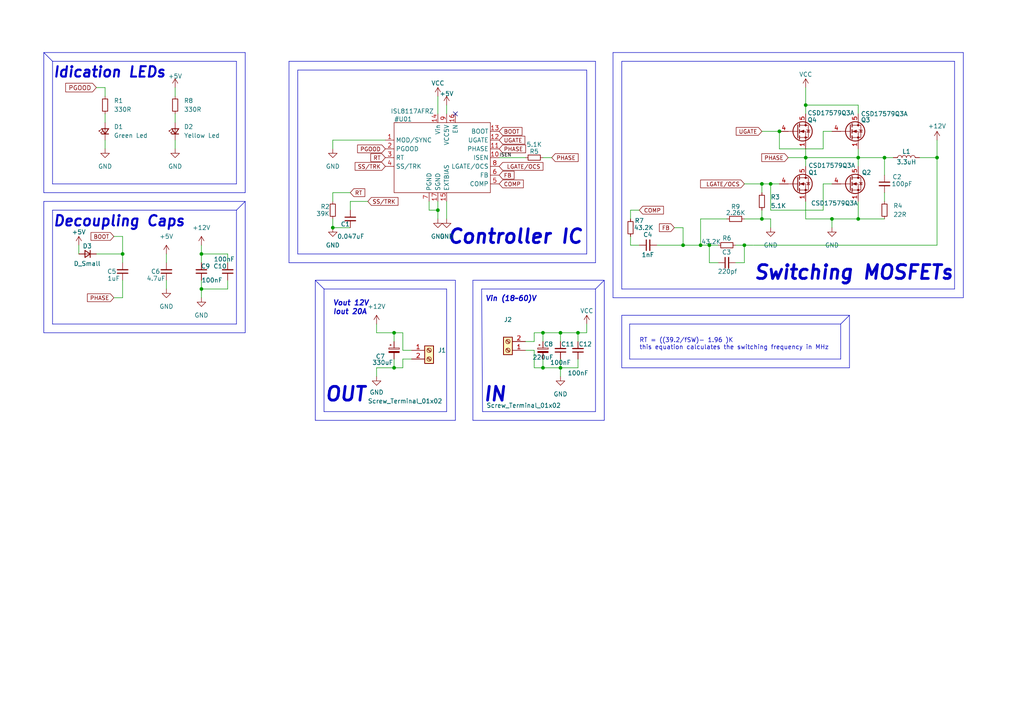
<source format=kicad_sch>
(kicad_sch (version 20230121) (generator eeschema)
  (paper "A4")
  (lib_symbols
    (symbol "Connector:Screw_Terminal_01x02" (pin_names (offset 1.016) hide)
      (property "Reference" "J" (at 0 2.54 0))
      (property "Value" "Screw_Terminal_01x02" (at 0 -5.08 0))
      (symbol "Screw_Terminal_01x02_1_1"
        (rectangle (start -1.27 1.27) (end 1.27 -3.81) (stroke (width 0.254)) (fill (type background)))
        (circle (center 0 -2.54) (radius 0.635) (stroke (width 0.1524)))
        (polyline (pts (xy -0.5334 -2.2098) (xy 0.3302 -3.048)) (stroke (width 0.1524)))
        (polyline (pts (xy -0.5334 0.3302) (xy 0.3302 -0.508)) (stroke (width 0.1524)))
        (polyline (pts (xy -0.3556 -2.032) (xy 0.508 -2.8702)) (stroke (width 0.1524)))
        (polyline (pts (xy -0.3556 0.508) (xy 0.508 -0.3302)) (stroke (width 0.1524)))
        (circle (center 0 0) (radius 0.635) (stroke (width 0.1524)))
        (pin passive line (at -5.08 0 0) (length 3.81) (name "Pin_1") (number "1"))
        (pin passive line (at -5.08 -2.54 0) (length 3.81) (name "Pin_2") (number "2"))
      )
    )
    (symbol "Device:C_Polarized_Small" (pin_numbers hide) (pin_names (offset 0.254) hide)
      (property "Reference" "C" (at 0.254 1.778 0))
      (property "Value" "C_Polarized_Small" (at 0.254 -2.032 0))
      (symbol "C_Polarized_Small_0_1"
        (rectangle (start -1.524 -0.3048) (end 1.524 -0.6858) (fill (type outline)))
        (rectangle (start -1.524 0.6858) (end 1.524 0.3048))
        (polyline (pts (xy -1.27 1.524) (xy -0.762 1.524)))
        (polyline (pts (xy -1.016 1.27) (xy -1.016 1.778)))
      )
      (symbol "C_Polarized_Small_1_1"
        (pin passive line (at 0 2.54 270) (length 1.8542) (name "~") (number "1"))
        (pin passive line (at 0 -2.54 90) (length 1.8542) (name "~") (number "2"))
      )
    )
    (symbol "Device:C_Small" (pin_numbers hide) (pin_names (offset 0.254) hide)
      (property "Reference" "C" (at 0.254 1.778 0))
      (property "Value" "C_Small" (at 0.254 -2.032 0))
      (symbol "C_Small_0_1"
        (polyline (pts (xy -1.524 -0.508) (xy 1.524 -0.508)) (stroke (width 0.3302)))
        (polyline (pts (xy -1.524 0.508) (xy 1.524 0.508)) (stroke (width 0.3048)))
      )
      (symbol "C_Small_1_1"
        (pin passive line (at 0 2.54 270) (length 2.032) (name "~") (number "1"))
        (pin passive line (at 0 -2.54 90) (length 2.032) (name "~") (number "2"))
      )
    )
    (symbol "Device:D_Small" (pin_numbers hide) (pin_names (offset 0.254) hide)
      (property "Reference" "D" (at -1.27 2.032 0))
      (property "Value" "D_Small" (at -3.81 -2.032 0))
      (symbol "D_Small_0_1"
        (polyline (pts (xy -0.762 -1.016) (xy -0.762 1.016)) (stroke (width 0.254)))
        (polyline (pts (xy -0.762 0) (xy 0.762 0)))
        (polyline (pts (xy 0.762 -1.016) (xy -0.762 0) (xy 0.762 1.016) (xy 0.762 -1.016)) (stroke (width 0.254)))
      )
      (symbol "D_Small_1_1"
        (pin passive line (at -2.54 0 0) (length 1.778) (name "K") (number "1"))
        (pin passive line (at 2.54 0 180) (length 1.778) (name "A") (number "2"))
      )
    )
    (symbol "Device:L" (pin_numbers hide) (pin_names (offset 1.016) hide)
      (property "Reference" "L" (at -1.27 0 90))
      (property "Value" "L" (at 1.905 0 90))
      (symbol "L_0_1"
        (arc (start 0 -2.54) (mid 0.6323 -1.905) (end 0 -1.27))
        (arc (start 0 -1.27) (mid 0.6323 -0.635) (end 0 0))
        (arc (start 0 0) (mid 0.6323 0.635) (end 0 1.27))
        (arc (start 0 1.27) (mid 0.6323 1.905) (end 0 2.54))
      )
      (symbol "L_1_1"
        (pin passive line (at 0 3.81 270) (length 1.27) (name "1") (number "1"))
        (pin passive line (at 0 -3.81 90) (length 1.27) (name "2") (number "2"))
      )
    )
    (symbol "Device:LED_Small" (pin_numbers hide) (pin_names (offset 0.254) hide)
      (property "Reference" "D" (at -1.27 3.175 0))
      (property "Value" "LED_Small" (at -4.445 -2.54 0))
      (symbol "LED_Small_0_1"
        (polyline (pts (xy -0.762 -1.016) (xy -0.762 1.016)) (stroke (width 0.254)))
        (polyline (pts (xy 1.016 0) (xy -0.762 0)))
        (polyline (pts (xy 0.762 -1.016) (xy -0.762 0) (xy 0.762 1.016) (xy 0.762 -1.016)) (stroke (width 0.254)))
        (polyline (pts (xy 0 0.762) (xy -0.508 1.27) (xy -0.254 1.27) (xy -0.508 1.27) (xy -0.508 1.016)))
        (polyline (pts (xy 0.508 1.27) (xy 0 1.778) (xy 0.254 1.778) (xy 0 1.778) (xy 0 1.524)))
      )
      (symbol "LED_Small_1_1"
        (pin passive line (at -2.54 0 0) (length 1.778) (name "K") (number "1"))
        (pin passive line (at 2.54 0 180) (length 1.778) (name "A") (number "2"))
      )
    )
    (symbol "Device:R_Small" (pin_numbers hide) (pin_names (offset 0.254) hide)
      (property "Reference" "R" (at 0.762 0.508 0))
      (property "Value" "R_Small" (at 0.762 -1.016 0))
      (symbol "R_Small_0_1"
        (rectangle (start -0.762 1.778) (end 0.762 -1.778) (stroke (width 0.2032)))
      )
      (symbol "R_Small_1_1"
        (pin passive line (at 0 2.54 270) (length 0.762) (name "~") (number "1"))
        (pin passive line (at 0 -2.54 90) (length 0.762) (name "~") (number "2"))
      )
    )
    (symbol "ISL8117AFRZ:ISL8117AFRZ" (power) (in_bom no) (on_board no)
      (property "Reference" "U?" (at 7.3534 15.24 0))
      (property "Value" "ISL8117AFRZ" (at 7.3534 12.7 0))
      (symbol "ISL8117AFRZ_0_1"
        (rectangle (start -11.684 10.16) (end 16.256 -10.16))
      )
      (symbol "ISL8117AFRZ_1_1"
        (pin input line (at -14.224 5.08 0) (length 2.54) (name "MOD/SYNC") (number "1"))
        (pin power_in line (at 18.796 0 180) (length 2.54) (name "ISEN") (number "10"))
        (pin output line (at 18.796 2.54 180) (length 2.54) (name "PHASE") (number "11"))
        (pin output line (at 18.796 5.08 180) (length 2.54) (name "UGATE") (number "12"))
        (pin output line (at 18.796 7.62 180) (length 2.54) (name "BOOT") (number "13"))
        (pin power_in line (at 1.016 12.7 270) (length 2.54) (name "Vin") (number "14"))
        (pin power_in line (at 3.556 -12.7 90) (length 2.54) (name "EXTBIAS") (number "15"))
        (pin power_in line (at 6.096 12.7 270) (length 2.54) (name "EN") (number "16"))
        (pin power_out line (at 1.016 -12.7 90) (length 2.54) (name "SGND") (number "17"))
        (pin input line (at -14.224 2.54 0) (length 2.54) (name "PGOOD") (number "2"))
        (pin input line (at -14.224 0 0) (length 2.54) (name "RT") (number "3"))
        (pin input line (at -14.224 -2.54 0) (length 2.54) (name "SS/TRK") (number "4"))
        (pin power_out line (at 18.796 -7.62 180) (length 2.54) (name "COMP") (number "5"))
        (pin power_in line (at 18.796 -5.08 180) (length 2.54) (name "FB") (number "6"))
        (pin power_out line (at -1.524 -12.7 90) (length 2.54) (name "PGND") (number "7"))
        (pin output line (at 18.796 -2.54 180) (length 2.54) (name "LGATE/OCS") (number "8"))
        (pin power_in line (at 3.556 12.7 270) (length 2.54) (name "VCC5V") (number "9"))
      )
    )
    (symbol "Transistor_FET:CSD17579Q5A" (pin_names hide)
      (property "Reference" "Q" (at 5.08 1.905 0))
      (property "Value" "CSD17579Q5A" (at 5.08 0 0))
      (symbol "CSD17579Q5A_0_1"
        (polyline (pts (xy 0.254 0) (xy -2.54 0)))
        (polyline (pts (xy 0.254 1.905) (xy 0.254 -1.905)) (stroke (width 0.254)))
        (polyline (pts (xy 0.762 -1.27) (xy 0.762 -2.286)) (stroke (width 0.254)))
        (polyline (pts (xy 0.762 0.508) (xy 0.762 -0.508)) (stroke (width 0.254)))
        (polyline (pts (xy 0.762 2.286) (xy 0.762 1.27)) (stroke (width 0.254)))
        (polyline (pts (xy 2.54 2.54) (xy 2.54 1.778)))
        (polyline (pts (xy 2.54 -2.54) (xy 2.54 0) (xy 0.762 0)))
        (polyline (pts (xy 0.762 -1.778) (xy 3.302 -1.778) (xy 3.302 1.778) (xy 0.762 1.778)))
        (polyline (pts (xy 1.016 0) (xy 2.032 0.381) (xy 2.032 -0.381) (xy 1.016 0)) (fill (type outline)))
        (polyline (pts (xy 2.794 0.508) (xy 2.921 0.381) (xy 3.683 0.381) (xy 3.81 0.254)))
        (polyline (pts (xy 3.302 0.381) (xy 2.921 -0.254) (xy 3.683 -0.254) (xy 3.302 0.381)))
        (circle (center 1.651 0) (radius 2.794) (stroke (width 0.254)))
        (circle (center 2.54 -1.778) (radius 0.254) (fill (type outline)))
        (circle (center 2.54 1.778) (radius 0.254) (fill (type outline)))
      )
      (symbol "CSD17579Q5A_1_1"
        (pin passive line (at 2.54 -5.08 90) (length 2.54) (name "S") (number "1"))
        (pin passive line (at 2.54 -5.08 90) (length 2.54) hide (name "S") (number "2"))
        (pin passive line (at 2.54 -5.08 90) (length 2.54) hide (name "S") (number "3"))
        (pin passive line (at -5.08 0 0) (length 2.54) (name "G") (number "4"))
        (pin passive line (at 2.54 5.08 270) (length 2.54) (name "D") (number "5"))
      )
    )
    (symbol "power:+12V" (power) (pin_names (offset 0))
      (property "Value" "+12V" (at 0 3.556 0))
      (symbol "+12V_0_1"
        (polyline (pts (xy -0.762 1.27) (xy 0 2.54)))
        (polyline (pts (xy 0 0) (xy 0 2.54)))
        (polyline (pts (xy 0 2.54) (xy 0.762 1.27)))
      )
      (symbol "+12V_1_1"
        (pin power_in line (at 0 0 90) (length 0) hide (name "+12V") (number "1"))
      )
    )
    (symbol "power:+5V" (power) (pin_names (offset 0))
      (property "Value" "+5V" (at 0 3.556 0))
      (symbol "+5V_0_1"
        (polyline (pts (xy -0.762 1.27) (xy 0 2.54)))
        (polyline (pts (xy 0 0) (xy 0 2.54)))
        (polyline (pts (xy 0 2.54) (xy 0.762 1.27)))
      )
      (symbol "+5V_1_1"
        (pin power_in line (at 0 0 90) (length 0) hide (name "+5V") (number "1"))
      )
    )
    (symbol "power:GND" (power) (pin_names (offset 0))
      (property "Value" "GND" (at 0 -3.81 0))
      (symbol "GND_0_1"
        (polyline (pts (xy 0 0) (xy 0 -1.27) (xy 1.27 -1.27) (xy 0 -2.54) (xy -1.27 -1.27) (xy 0 -1.27)))
      )
      (symbol "GND_1_1"
        (pin power_in line (at 0 0 270) (length 0) hide (name "GND") (number "1"))
      )
    )
    (symbol "power:VCC" (power) (pin_names (offset 0))
      (property "Value" "VCC" (at 0 3.81 0))
      (symbol "VCC_0_1"
        (polyline (pts (xy -0.762 1.27) (xy 0 2.54)))
        (polyline (pts (xy 0 0) (xy 0 2.54)))
        (polyline (pts (xy 0 2.54) (xy 0.762 1.27)))
      )
      (symbol "VCC_1_1"
        (pin power_in line (at 0 0 90) (length 0) hide (name "VCC") (number "1"))
      )
    )
  )
  (junction (at 157.48 96.52))
  (junction (at 248.92 63.5))
  (junction (at 226.06 38.1))
  (junction (at 241.3 63.5))
  (junction (at 233.68 45.72))
  (junction (at 162.56 106.68))
  (junction (at 198.12 71.12))
  (junction (at 256.54 45.72))
  (junction (at 114.3 96.52))
  (junction (at 203.2 71.12))
  (junction (at 220.98 53.34))
  (junction (at 35.56 73.66))
  (junction (at 215.9 71.12))
  (junction (at 220.98 63.5))
  (junction (at 114.3 106.68))
  (junction (at 162.56 96.52))
  (junction (at 96.52 66.04))
  (junction (at 248.92 45.72))
  (junction (at 58.42 73.66))
  (junction (at 127 60.96))
  (junction (at 167.64 96.52))
  (junction (at 271.78 45.72))
  (junction (at 157.48 106.68))
  (junction (at 205.74 71.12))
  (junction (at 233.68 30.48))
  (junction (at 223.52 53.34))
  (junction (at 58.42 83.82))
  (no_connect (at 132.08 33.02))
  (wire (pts (xy 157.48 45.72) (xy 160.02 45.72)))
  (wire (pts (xy 233.68 58.42) (xy 233.68 63.5)))
  (wire (pts (xy 152.4 101.6) (xy 154.94 101.6)))
  (wire (pts (xy 30.48 40.64) (xy 30.48 43.18)))
  (polyline (pts (xy 68.58 17.78) (xy 68.58 53.34)))
  (wire (pts (xy 66.04 81.28) (xy 66.04 83.82)))
  (polyline (pts (xy 243.84 104.14) (xy 243.84 93.98)))
  (polyline (pts (xy 83.82 17.78) (xy 83.82 76.2)))
  (wire (pts (xy 33.02 86.36) (xy 35.56 86.36)))
  (wire (pts (xy 167.64 96.52) (xy 170.18 96.52)))
  (polyline (pts (xy 172.72 17.78) (xy 83.82 17.78)))
  (wire (pts (xy 203.2 63.5) (xy 203.2 71.12)))
  (polyline (pts (xy 91.44 81.28) (xy 93.98 83.82)))
  (wire (pts (xy 58.42 73.66) (xy 66.04 73.66)))
  (polyline (pts (xy 172.72 83.82) (xy 172.72 119.38)))
  (wire (pts (xy 215.9 71.12) (xy 218.44 71.12)))
  (wire (pts (xy 248.92 30.48) (xy 233.68 30.48)))
  (polyline (pts (xy 93.98 83.82) (xy 129.54 83.82)))
  (wire (pts (xy 233.68 25.4) (xy 233.68 30.48)))
  (wire (pts (xy 58.42 71.12) (xy 58.42 73.66)))
  (polyline (pts (xy 177.8 15.24) (xy 177.8 86.36)))
  (wire (pts (xy 124.46 58.42) (xy 124.46 60.96)))
  (wire (pts (xy 127 60.96) (xy 127 63.5)))
  (polyline (pts (xy 182.626 93.98) (xy 182.626 104.14)))
  (polyline (pts (xy 172.72 83.82) (xy 139.7 83.82)))
  (wire (pts (xy 233.68 30.48) (xy 233.68 33.02)))
  (polyline (pts (xy 15.24 17.78) (xy 68.58 17.78)))
  (polyline (pts (xy 170.18 73.66) (xy 170.18 20.32)))
  (wire (pts (xy 154.94 101.6) (xy 154.94 106.68)))
  (wire (pts (xy 58.42 76.2) (xy 58.42 73.66)))
  (polyline (pts (xy 279.4 15.24) (xy 279.4 86.36)))
  (wire (pts (xy 241.3 63.5) (xy 241.3 66.04)))
  (wire (pts (xy 30.48 25.4) (xy 30.48 27.94)))
  (polyline (pts (xy 139.7 83.82) (xy 139.954 119.38)))
  (polyline (pts (xy 170.18 20.32) (xy 86.36 20.32)))
  (wire (pts (xy 162.56 104.14) (xy 162.56 106.68)))
  (wire (pts (xy 109.22 93.98) (xy 109.22 96.52)))
  (wire (pts (xy 116.84 96.52) (xy 114.3 96.52)))
  (polyline (pts (xy 129.54 83.82) (xy 129.54 119.38)))
  (wire (pts (xy 233.68 48.26) (xy 233.68 45.72)))
  (wire (pts (xy 167.64 106.68) (xy 162.56 106.68)))
  (polyline (pts (xy 246.38 91.44) (xy 180.34 91.44)))
  (wire (pts (xy 101.6 60.96) (xy 101.6 58.42)))
  (polyline (pts (xy 172.72 17.78) (xy 172.72 76.2)))
  (wire (pts (xy 66.04 76.2) (xy 66.04 73.66)))
  (wire (pts (xy 48.26 81.28) (xy 48.26 83.82)))
  (polyline (pts (xy 12.7 96.52) (xy 71.12 96.52)))
  (polyline (pts (xy 83.82 76.2) (xy 172.72 76.2)))
  (wire (pts (xy 119.38 104.14) (xy 116.84 104.14)))
  (wire (pts (xy 58.42 83.82) (xy 58.42 86.36)))
  (polyline (pts (xy 12.7 15.24) (xy 71.12 15.24)))
  (wire (pts (xy 30.48 25.4) (xy 27.94 25.4)))
  (polyline (pts (xy 68.58 93.98) (xy 15.24 93.98)))
  (wire (pts (xy 167.64 99.06) (xy 167.64 96.52)))
  (wire (pts (xy 96.52 63.5) (xy 96.52 66.04)))
  (wire (pts (xy 271.78 45.72) (xy 271.78 71.12)))
  (wire (pts (xy 127 27.94) (xy 127 33.02)))
  (wire (pts (xy 22.86 71.12) (xy 22.86 73.66)))
  (wire (pts (xy 162.56 99.06) (xy 162.56 96.52)))
  (wire (pts (xy 256.54 55.88) (xy 256.54 58.42)))
  (wire (pts (xy 220.98 55.88) (xy 220.98 53.34)))
  (polyline (pts (xy 139.954 119.38) (xy 172.72 119.38)))
  (wire (pts (xy 185.42 71.12) (xy 182.88 71.12)))
  (wire (pts (xy 215.9 76.2) (xy 215.9 71.12)))
  (polyline (pts (xy 132.08 81.28) (xy 132.08 121.92)))
  (wire (pts (xy 114.3 106.68) (xy 109.22 106.68)))
  (wire (pts (xy 238.76 38.1) (xy 241.3 38.1)))
  (wire (pts (xy 198.12 71.12) (xy 203.2 71.12)))
  (wire (pts (xy 116.84 106.68) (xy 114.3 106.68)))
  (wire (pts (xy 30.48 33.02) (xy 30.48 35.56)))
  (polyline (pts (xy 15.24 60.96) (xy 68.58 60.96)))
  (polyline (pts (xy 243.84 93.98) (xy 246.38 91.44)))
  (wire (pts (xy 114.3 96.52) (xy 114.3 99.06)))
  (wire (pts (xy 96.52 55.88) (xy 101.6 55.88)))
  (wire (pts (xy 109.22 96.52) (xy 114.3 96.52)))
  (wire (pts (xy 35.56 68.58) (xy 35.56 73.66)))
  (wire (pts (xy 58.42 83.82) (xy 66.04 83.82)))
  (wire (pts (xy 116.84 101.6) (xy 116.84 96.52)))
  (wire (pts (xy 50.8 33.02) (xy 50.8 35.56)))
  (polyline (pts (xy 71.12 55.88) (xy 12.7 55.88)))
  (wire (pts (xy 256.54 63.5) (xy 248.92 63.5)))
  (wire (pts (xy 129.54 33.02) (xy 129.54 30.48)))
  (polyline (pts (xy 12.7 58.42) (xy 12.7 96.52)))
  (wire (pts (xy 50.8 25.4) (xy 50.8 27.94)))
  (wire (pts (xy 116.84 104.14) (xy 116.84 106.68)))
  (wire (pts (xy 205.74 76.2) (xy 205.74 71.12)))
  (polyline (pts (xy 175.26 121.92) (xy 137.16 121.92)))
  (wire (pts (xy 157.48 106.68) (xy 157.48 104.14)))
  (wire (pts (xy 248.92 33.02) (xy 248.92 30.48)))
  (wire (pts (xy 157.48 96.52) (xy 157.48 99.06)))
  (wire (pts (xy 233.68 45.72) (xy 233.68 43.18)))
  (polyline (pts (xy 177.8 86.36) (xy 279.4 86.36)))
  (polyline (pts (xy 68.58 60.96) (xy 68.58 93.98)))
  (wire (pts (xy 256.54 45.72) (xy 259.08 45.72)))
  (wire (pts (xy 238.76 43.18) (xy 238.76 38.1)))
  (polyline (pts (xy 91.44 121.92) (xy 91.44 81.28)))
  (polyline (pts (xy 276.86 17.78) (xy 180.34 17.78)))
  (polyline (pts (xy 182.626 104.14) (xy 243.84 104.14)))
  (polyline (pts (xy 243.84 93.98) (xy 182.626 93.98)))
  (polyline (pts (xy 129.54 119.38) (xy 93.98 119.38)))
  (wire (pts (xy 213.36 76.2) (xy 215.9 76.2)))
  (wire (pts (xy 248.92 45.72) (xy 248.92 43.18)))
  (wire (pts (xy 198.12 71.12) (xy 190.5 71.12)))
  (wire (pts (xy 218.567 71.12) (xy 271.78 71.12)))
  (wire (pts (xy 223.52 53.34) (xy 223.52 60.96)))
  (wire (pts (xy 238.76 53.34) (xy 241.3 53.34)))
  (polyline (pts (xy 180.34 91.44) (xy 180.34 106.68)))
  (wire (pts (xy 124.46 60.96) (xy 127 60.96)))
  (wire (pts (xy 226.06 43.18) (xy 238.76 43.18)))
  (polyline (pts (xy 12.7 55.88) (xy 12.7 15.24)))
  (wire (pts (xy 48.26 73.66) (xy 48.26 76.2)))
  (wire (pts (xy 152.4 99.06) (xy 154.94 99.06)))
  (wire (pts (xy 215.9 53.34) (xy 220.98 53.34)))
  (wire (pts (xy 241.3 63.5) (xy 248.92 63.5)))
  (wire (pts (xy 50.8 40.64) (xy 50.8 43.18)))
  (wire (pts (xy 167.64 104.14) (xy 167.64 106.68)))
  (wire (pts (xy 233.68 63.5) (xy 241.3 63.5)))
  (wire (pts (xy 248.92 63.5) (xy 248.92 58.42)))
  (wire (pts (xy 210.82 63.5) (xy 203.2 63.5)))
  (wire (pts (xy 256.54 45.72) (xy 256.54 50.8)))
  (polyline (pts (xy 68.58 53.34) (xy 15.24 53.34)))
  (wire (pts (xy 223.52 60.96) (xy 238.76 60.96)))
  (wire (pts (xy 154.94 96.52) (xy 157.48 96.52)))
  (polyline (pts (xy 71.12 15.24) (xy 71.12 55.88)))
  (wire (pts (xy 233.68 45.72) (xy 248.92 45.72)))
  (polyline (pts (xy 91.44 81.28) (xy 132.08 81.28)))
  (wire (pts (xy 205.74 71.12) (xy 208.28 71.12)))
  (polyline (pts (xy 15.24 17.78) (xy 15.24 53.34)))
  (wire (pts (xy 119.38 101.6) (xy 116.84 101.6)))
  (wire (pts (xy 238.76 60.96) (xy 238.76 53.34)))
  (wire (pts (xy 223.52 63.5) (xy 220.98 63.5)))
  (polyline (pts (xy 137.16 81.28) (xy 175.26 81.28)))
  (polyline (pts (xy 279.4 15.24) (xy 177.8 15.24)))
  (wire (pts (xy 271.78 40.64) (xy 271.78 45.72)))
  (wire (pts (xy 170.18 93.98) (xy 170.18 96.52)))
  (wire (pts (xy 162.56 106.68) (xy 157.48 106.68)))
  (polyline (pts (xy 71.12 58.42) (xy 68.58 60.96)))
  (wire (pts (xy 182.88 60.96) (xy 185.42 60.96)))
  (wire (pts (xy 248.92 48.26) (xy 248.92 45.72)))
  (wire (pts (xy 226.06 38.1) (xy 226.06 43.18)))
  (wire (pts (xy 35.56 73.66) (xy 27.94 73.66)))
  (wire (pts (xy 220.98 60.96) (xy 220.98 63.5)))
  (wire (pts (xy 35.56 81.28) (xy 35.56 86.36)))
  (wire (pts (xy 114.3 106.68) (xy 114.3 104.14)))
  (wire (pts (xy 182.88 71.12) (xy 182.88 68.58)))
  (wire (pts (xy 101.6 66.04) (xy 96.52 66.04)))
  (polyline (pts (xy 276.86 83.82) (xy 276.86 17.78)))
  (polyline (pts (xy 180.34 83.82) (xy 276.86 83.82)))
  (wire (pts (xy 223.52 63.5) (xy 223.52 66.04)))
  (polyline (pts (xy 175.26 81.28) (xy 175.26 121.92)))
  (wire (pts (xy 162.56 96.52) (xy 167.64 96.52)))
  (polyline (pts (xy 246.38 91.44) (xy 246.38 106.68)))
  (wire (pts (xy 129.54 58.42) (xy 129.54 63.5)))
  (polyline (pts (xy 71.12 58.42) (xy 12.7 58.42)))
  (wire (pts (xy 127 60.96) (xy 127 58.42)))
  (wire (pts (xy 96.52 40.64) (xy 96.52 43.18)))
  (wire (pts (xy 248.92 45.72) (xy 256.54 45.72)))
  (wire (pts (xy 182.88 63.5) (xy 182.88 60.96)))
  (wire (pts (xy 215.9 63.5) (xy 220.98 63.5)))
  (wire (pts (xy 220.98 53.34) (xy 223.52 53.34)))
  (wire (pts (xy 228.6 45.72) (xy 233.68 45.72)))
  (wire (pts (xy 223.52 53.34) (xy 226.06 53.34)))
  (wire (pts (xy 220.98 38.1) (xy 226.06 38.1)))
  (polyline (pts (xy 180.34 17.78) (xy 180.34 83.82)))
  (wire (pts (xy 109.22 109.22) (xy 109.22 106.68)))
  (wire (pts (xy 96.52 55.88) (xy 96.52 58.42)))
  (polyline (pts (xy 175.26 81.28) (xy 172.72 83.82)))
  (polyline (pts (xy 86.36 20.32) (xy 86.36 73.66)))
  (wire (pts (xy 154.94 106.68) (xy 157.48 106.68)))
  (polyline (pts (xy 93.98 83.82) (xy 93.98 119.38)))
  (wire (pts (xy 195.58 66.04) (xy 198.12 66.04)))
  (wire (pts (xy 111.76 40.64) (xy 96.52 40.64)))
  (polyline (pts (xy 132.08 121.92) (xy 91.44 121.92)))
  (wire (pts (xy 154.94 99.06) (xy 154.94 96.52)))
  (wire (pts (xy 203.2 71.12) (xy 205.74 71.12)))
  (wire (pts (xy 213.36 71.12) (xy 215.9 71.12)))
  (polyline (pts (xy 71.12 96.52) (xy 71.12 58.42)))
  (wire (pts (xy 208.28 76.2) (xy 205.74 76.2)))
  (wire (pts (xy 58.42 81.28) (xy 58.42 83.82)))
  (polyline (pts (xy 137.16 121.92) (xy 137.16 81.28)))
  (wire (pts (xy 198.12 71.12) (xy 198.12 66.04)))
  (wire (pts (xy 33.02 68.58) (xy 35.56 68.58)))
  (wire (pts (xy 162.56 109.22) (xy 162.56 106.68)))
  (wire (pts (xy 266.7 45.72) (xy 271.78 45.72)))
  (wire (pts (xy 35.56 73.66) (xy 35.56 76.2)))
  (wire (pts (xy 101.6 58.42) (xy 106.68 58.42)))
  (wire (pts (xy 157.48 96.52) (xy 162.56 96.52)))
  (polyline (pts (xy 15.24 93.98) (xy 15.24 60.96)))
  (polyline (pts (xy 180.34 106.68) (xy 246.38 106.68)))
  (wire (pts (xy 144.78 45.72) (xy 152.4 45.72)))
  (polyline (pts (xy 12.7 15.24) (xy 15.24 17.78)))
  (polyline (pts (xy 86.36 73.66) (xy 170.18 73.66)))
  (text "RT = ((39.2/fSW)- 1.96 )K\nthis equation calculates the switching frequency in MHz" (at 185.42 101.6 0) (effects (font (size 1.27 1.27)) (justify left bottom)))
  (text "OUT" (at 93.98 116.84 0) (effects (font (size 4 4) bold italic) (justify left bottom)))
  (text "Controller IC" (at 129.54 71.12 0) (effects (font (size 4 4) (thickness 0.8) bold italic) (justify left bottom)))
  (text "Vin (18~60)V" (at 140.716 87.63 0) (effects (font (size 1.5 1.5) bold italic) (justify left bottom)))
  (text "Vout 12V" (at 96.52 88.9 0) (effects (font (size 1.5 1.5) bold italic) (justify left bottom)))
  (text "Iout 20A" (at 96.52 91.44 0) (effects (font (size 1.5 1.5) bold italic) (justify left bottom)))
  (text "Switching MOSFETs" (at 218.44 81.534 0) (effects (font (size 4 4) bold italic) (justify left bottom)))
  (text "IN" (at 139.954 116.84 0) (effects (font (size 4 4) bold italic) (justify left bottom)))
  (text "Idication LEDs" (at 15.24 22.86 0) (effects (font (size 3 3) bold italic) (justify left bottom)))
  (text "Decoupling Caps" (at 15.24 66.04 0) (effects (font (size 3 3) bold italic) (justify left bottom)))
  (label "ISEN" (at 144.78 45.72 0) (effects (font (size 1 1))))
  (global_label "PGOOD" (shape input) (at 111.76 43.18 180) (effects (font (size 1.15 1.15))) (property "Intersheetrefs" "${INTERSHEET_REFS}" (effects hide)))
  (global_label "COMP" (shape input) (at 185.42 60.96 0) (effects (font (size 1.15 1.15))) (property "Intersheetrefs" "${INTERSHEET_REFS}" (effects hide)))
  (global_label "RT" (shape input) (at 101.6 55.88 0) (effects (font (size 1.15 1.15))) (property "Intersheetrefs" "${INTERSHEET_REFS}" (effects hide)))
  (global_label " LGATE{slash}OCS" (shape input) (at 215.9 53.34 180) (effects (font (size 1.15 1.15))) (property "Intersheetrefs" "${INTERSHEET_REFS}" (effects hide)))
  (global_label "PHASE" (shape input) (at 144.78 43.18 0) (effects (font (size 1.15 1.15))) (property "Intersheetrefs" "${INTERSHEET_REFS}" (effects hide)))
  (global_label "FB" (shape input) (at 144.78 50.8 0) (effects (font (size 1.15 1.15))) (property "Intersheetrefs" "${INTERSHEET_REFS}" (effects hide)))
  (global_label "UGATE" (shape input) (at 144.78 40.64 0) (effects (font (size 1.15 1.15))) (property "Intersheetrefs" "${INTERSHEET_REFS}" (effects hide)))
  (global_label "UGATE" (shape input) (at 220.98 38.1 180) (effects (font (size 1.15 1.15))) (property "Intersheetrefs" "${INTERSHEET_REFS}" (effects hide)))
  (global_label "COMP" (shape input) (at 144.78 53.34 0) (effects (font (size 1.15 1.15))) (property "Intersheetrefs" "${INTERSHEET_REFS}" (effects hide)))
  (global_label "SS{slash}TRK" (shape input) (at 106.68 58.42 0) (effects (font (size 1.15 1.15))) (property "Intersheetrefs" "${INTERSHEET_REFS}" (effects hide)))
  (global_label "RT" (shape input) (at 111.76 45.72 180) (effects (font (size 1.15 1.15))) (property "Intersheetrefs" "${INTERSHEET_REFS}" (effects hide)))
  (global_label "PHASE" (shape input) (at 228.6 45.72 180) (effects (font (size 1.15 1.15))) (property "Intersheetrefs" "${INTERSHEET_REFS}" (effects hide)))
  (global_label "BOOT" (shape input) (at 33.02 68.58 180) (effects (font (size 1.15 1.15))) (property "Intersheetrefs" "${INTERSHEET_REFS}" (effects hide)))
  (global_label "PHASE" (shape input) (at 160.02 45.72 0) (effects (font (size 1.15 1.15))) (property "Intersheetrefs" "${INTERSHEET_REFS}" (effects hide)))
  (global_label "SS{slash}TRK" (shape input) (at 111.76 48.26 180) (effects (font (size 1.15 1.15))) (property "Intersheetrefs" "${INTERSHEET_REFS}" (effects hide)))
  (global_label "BOOT" (shape input) (at 144.78 38.1 0) (effects (font (size 1.15 1.15))) (property "Intersheetrefs" "${INTERSHEET_REFS}" (effects hide)))
  (global_label " LGATE{slash}OCS" (shape input) (at 144.78 48.26 0) (effects (font (size 1.15 1.15))) (property "Intersheetrefs" "${INTERSHEET_REFS}" (effects hide)))
  (global_label "PGOOD" (shape input) (at 27.94 25.4 180) (property "Intersheetrefs" "${INTERSHEET_REFS}" (effects hide)))
  (global_label "FB" (shape input) (at 195.58 66.04 180) (effects (font (size 1.15 1.15))) (property "Intersheetrefs" "${INTERSHEET_REFS}" (effects hide)))
  (global_label "PHASE" (shape input) (at 33.02 86.36 180) (effects (font (size 1.15 1.15))) (property "Intersheetrefs" "${INTERSHEET_REFS}" (effects hide)))
  (symbol (lib_id "Device:C_Small") (at 210.82 76.2 90) (unit 1)
    (property "Reference" "C3" (at 212.09 73.152 90) (effects (justify left)))
    (property "Value" "220pf" (at 213.868 78.74 90) (effects (justify left)))
    (property "Footprint" "Capacitor_SMD:C_0402_1005Metric" (effects hide))
  )
  (symbol (lib_id "power:GND") (at 127 63.5 0) (unit 1)
    (property "Reference" "#PWR0108" (effects hide))
    (property "Value" "GND" (at 127 68.58 0))
  )
  (symbol (lib_id "Transistor_FET:CSD17579Q5A") (at 246.38 38.1 0) (unit 1)
    (property "Reference" "Q3" (at 249.682 34.798 0) (effects (justify left)))
    (property "Value" "CSD17579Q3A" (at 249.682 33.02 0) (effects (justify left)))
    (property "Footprint" "Package_TO_SOT_SMD:TDSON-8-1" (effects hide))
    (property "Datasheet" "http://www.ti.com/lit/gpn/csd17579q5a" (effects hide))
  )
  (symbol (lib_id "Device:R_Small") (at 213.36 63.5 90) (unit 1)
    (property "Reference" "R9" (at 213.36 59.944 90))
    (property "Value" "2.26K" (at 213.36 61.722 90))
    (property "Footprint" "Resistor_SMD:R_0805_2012Metric" (effects hide))
  )
  (symbol (lib_id "power:VCC") (at 127 27.94 0) (unit 1)
    (property "Reference" "#PWR0107" (effects hide))
    (property "Value" "VCC" (at 127 24.13 0))
  )
  (symbol (lib_id "power:GND") (at 162.56 109.22 0) (unit 1)
    (property "Reference" "#PWR0121" (effects hide))
    (property "Value" "GND" (at 162.56 114.3 0))
  )
  (symbol (lib_id "Device:C_Small") (at 35.56 78.74 180) (unit 1)
    (property "Reference" "C5" (at 33.782 78.74 0) (effects (justify left)))
    (property "Value" "1uF" (at 34.798 80.772 0) (effects (justify left)))
    (property "Footprint" "Capacitor_SMD:C_0603_1608Metric" (effects hide))
  )
  (symbol (lib_id "power:GND") (at 129.54 63.5 0) (unit 1)
    (property "Reference" "#PWR0123" (effects hide))
    (property "Value" "GND" (at 129.54 68.58 0))
  )
  (symbol (lib_id "Device:C_Small") (at 256.54 53.34 0) (unit 1)
    (property "Reference" "C2" (at 258.826 51.308 0) (effects (justify left)))
    (property "Value" "100pF" (at 258.572 53.34 0) (effects (justify left)))
    (property "Footprint" "Capacitor_SMD:C_0805_2012Metric" (effects hide))
  )
  (symbol (lib_id "Device:C_Small") (at 48.26 78.74 180) (unit 1)
    (property "Reference" "C6" (at 46.482 78.74 0) (effects (justify left)))
    (property "Value" "4.7uF" (at 48.006 80.772 0) (effects (justify left)))
    (property "Footprint" "Capacitor_SMD:C_0805_2012Metric" (effects hide))
  )
  (symbol (lib_id "Device:R_Small") (at 154.94 45.72 270) (unit 1)
    (property "Reference" "R5" (at 154.94 43.942 90))
    (property "Value" "5.1K" (at 154.94 41.91 90))
    (property "Footprint" "Resistor_SMD:R_0805_2012Metric" (effects hide))
  )
  (symbol (lib_id "power:+5V") (at 22.86 71.12 0) (unit 1)
    (property "Reference" "#PWR0116" (effects hide))
    (property "Value" "+5V" (at 22.86 67.31 0))
  )
  (symbol (lib_id "Device:C_Small") (at 167.64 101.6 180) (unit 1)
    (property "Reference" "C12" (at 171.704 99.822 0) (effects (justify left)))
    (property "Value" "100nF" (at 170.688 108.204 0) (effects (justify left)))
    (property "Footprint" "Capacitor_SMD:C_0402_1005Metric" (effects hide))
  )
  (symbol (lib_id "Device:L") (at 262.89 45.72 90) (unit 1)
    (property "Reference" "L1" (at 262.89 43.942 90))
    (property "Value" "3.3uH" (at 262.89 46.99 90))
    (property "Footprint" "Inductor_SMD:L_Wuerth_HCM-1240" (effects hide))
    (property "Datasheet" "SRP1245C-3R3M" (effects hide))
  )
  (symbol (lib_id "Device:R_Small") (at 30.48 30.48 0) (unit 1)
    (property "Reference" "R1" (at 33.02 29.2099 0) (effects (justify left)))
    (property "Value" "330R" (at 33.02 31.7499 0) (effects (justify left)))
    (property "Footprint" "Resistor_SMD:R_0603_1608Metric" (effects hide))
  )
  (symbol (lib_id "power:+5V") (at 129.54 30.48 0) (unit 1)
    (property "Reference" "#PWR0105" (effects hide))
    (property "Value" "+5V" (at 129.54 27.178 0))
  )
  (symbol (lib_id "Device:R_Small") (at 256.54 60.96 180) (unit 1)
    (property "Reference" "R4" (at 259.08 59.6899 0) (effects (justify right)))
    (property "Value" "22R" (at 259.08 62.2299 0) (effects (justify right)))
    (property "Footprint" "Resistor_SMD:R_0805_2012Metric" (effects hide))
  )
  (symbol (lib_id "Device:R_Small") (at 220.98 58.42 180) (unit 1)
    (property "Reference" "R3" (at 223.52 57.1499 0) (effects (justify right)))
    (property "Value" "5.1K" (at 223.52 59.6899 0) (effects (justify right)))
    (property "Footprint" "Resistor_SMD:R_0805_2012Metric" (effects hide))
  )
  (symbol (lib_id "power:+12V") (at 271.78 40.64 0) (unit 1)
    (property "Reference" "#PWR0109" (effects hide))
    (property "Value" "+12V" (at 271.78 36.576 0))
  )
  (symbol (lib_id "Device:C_Small") (at 58.42 78.74 180) (unit 1)
    (property "Reference" "C9" (at 60.96 77.216 0) (effects (justify left)))
    (property "Value" "100nF" (at 64.516 81.28 0) (effects (justify left)))
    (property "Footprint" "Capacitor_SMD:C_0805_2012Metric" (effects hide))
  )
  (symbol (lib_id "Device:C_Small") (at 162.56 101.6 180) (unit 1)
    (property "Reference" "C11" (at 166.624 99.822 0) (effects (justify left)))
    (property "Value" "100nF" (at 165.608 105.156 0) (effects (justify left)))
    (property "Footprint" "Capacitor_SMD:C_0402_1005Metric" (effects hide))
  )
  (symbol (lib_id "Device:C_Small") (at 66.04 78.74 180) (unit 1)
    (property "Reference" "C10" (at 65.786 77.216 0) (effects (justify left)))
    (property "Value" "100nF" (at 68.072 75.184 0) (effects (justify left)))
    (property "Footprint" "Capacitor_SMD:C_0805_2012Metric" (effects hide))
  )
  (symbol (lib_id "Device:R_Small") (at 96.52 60.96 0) (unit 1)
    (property "Reference" "R2" (at 92.964 59.944 0) (effects (justify left)))
    (property "Value" "39K" (at 91.694 61.976 0) (effects (justify left)))
    (property "Footprint" "Resistor_SMD:R_0603_1608Metric" (effects hide))
  )
  (symbol (lib_id "Device:R_Small") (at 50.8 30.48 0) (unit 1)
    (property "Reference" "R8" (at 53.34 29.2099 0) (effects (justify left)))
    (property "Value" "330R" (at 53.34 31.7499 0) (effects (justify left)))
    (property "Footprint" "Resistor_SMD:R_0603_1608Metric" (effects hide))
  )
  (symbol (lib_id "Device:LED_Small") (at 50.8 38.1 90) (unit 1)
    (property "Reference" "D2" (at 53.34 36.7664 90) (effects (justify right)))
    (property "Value" "Yellow Led" (at 53.34 39.3064 90) (effects (justify right)))
    (property "Footprint" "LED_SMD:LED_0603_1608Metric" (effects hide))
  )
  (symbol (lib_id "Device:C_Small") (at 187.96 71.12 90) (unit 1)
    (property "Reference" "C4" (at 189.23 68.072 90) (effects (justify left)))
    (property "Value" "1nF" (at 189.738 73.914 90) (effects (justify left)))
    (property "Footprint" "Capacitor_SMD:C_0402_1005Metric" (effects hide))
  )
  (symbol (lib_id "power:VCC") (at 233.68 25.4 0) (unit 1)
    (property "Reference" "#PWR0110" (effects hide))
    (property "Value" "VCC" (at 233.68 21.59 0))
  )
  (symbol (lib_id "power:GND") (at 109.22 109.22 0) (unit 1)
    (property "Reference" "#PWR0119" (effects hide))
    (property "Value" "GND" (at 109.22 113.792 0))
  )
  (symbol (lib_id "power:+5V") (at 50.8 25.4 0) (unit 1)
    (property "Reference" "#PWR0114" (effects hide))
    (property "Value" "+5V" (at 50.8 22.098 0))
  )
  (symbol (lib_id "Connector:Screw_Terminal_01x02") (at 124.46 101.6 0) (unit 1)
    (property "Reference" "J1" (at 127 101.5999 0) (effects (justify left)))
    (property "Value" "Screw_Terminal_01x02" (at 106.68 116.332 0) (effects (justify left)))
    (property "Footprint" "TerminalBlock_Phoenix:TerminalBlock_Phoenix_MKDS-1,5-2_1x02_P5.00mm_Horizontal" (effects hide))
  )
  (symbol (lib_id "Device:D_Small") (at 25.4 73.66 180) (unit 1)
    (property "Reference" "D3" (at 26.67 71.374 0) (effects (justify left)))
    (property "Value" "D_Small" (at 29.21 76.454 0) (effects (justify left)))
    (property "Footprint" "Diode_SMD:D_0603_1608Metric" (effects hide))
  )
  (symbol (lib_id "power:VCC") (at 170.18 93.98 0) (unit 1)
    (property "Reference" "#PWR0122" (effects hide))
    (property "Value" "VCC" (at 170.18 90.17 0))
  )
  (symbol (lib_id "power:GND") (at 30.48 43.18 0) (unit 1)
    (property "Reference" "#PWR0115" (effects hide))
    (property "Value" "GND" (at 30.48 48.26 0))
  )
  (symbol (lib_id "Device:C_Polarized_Small") (at 114.3 101.6 0) (unit 1)
    (property "Reference" "C7" (at 108.966 103.378 0) (effects (justify left)))
    (property "Value" "330uF" (at 107.95 105.156 0) (effects (justify left)))
    (property "Footprint" "Capacitor_THT:CP_Radial_D5.0mm_P2.00mm" (effects hide))
  )
  (symbol (lib_id "power:GND") (at 241.3 66.04 0) (unit 1)
    (property "Reference" "#PWR0102" (effects hide))
    (property "Value" "GND" (at 241.3 71.12 0))
  )
  (symbol (lib_id "Transistor_FET:CSD17579Q5A") (at 231.14 53.34 0) (unit 1)
    (property "Reference" "Q1" (at 234.442 50.038 0) (effects (justify left)))
    (property "Value" "CSD17579Q3A" (at 234.442 48.006 0) (effects (justify left)))
    (property "Footprint" "Package_TO_SOT_SMD:TDSON-8-1" (effects hide))
    (property "Datasheet" "http://www.ti.com/lit/gpn/csd17579q5a" (effects hide))
  )
  (symbol (lib_id "power:GND") (at 58.42 86.36 0) (unit 1)
    (property "Reference" "#PWR0113" (effects hide))
    (property "Value" "GND" (at 58.42 91.44 0))
  )
  (symbol (lib_id "Device:C_Small") (at 101.6 63.5 0) (unit 1)
    (property "Reference" "C1" (at 98.806 65.024 0) (effects (justify left)))
    (property "Value" "0.047uF" (at 97.79 68.58 0) (effects (justify left)))
    (property "Footprint" "Capacitor_SMD:C_0805_2012Metric" (effects hide))
  )
  (symbol (lib_id "power:GND") (at 48.26 83.82 0) (unit 1)
    (property "Reference" "#PWR0111" (effects hide))
    (property "Value" "GND" (at 48.26 88.9 0))
  )
  (symbol (lib_id "Device:R_Small") (at 210.82 71.12 90) (unit 1)
    (property "Reference" "R6" (at 210.82 69.088 90))
    (property "Value" "43.2K" (at 206.248 70.104 90))
    (property "Footprint" "Resistor_SMD:R_0805_2012Metric" (effects hide))
  )
  (symbol (lib_id "Device:C_Polarized_Small") (at 157.48 101.6 0) (unit 1)
    (property "Reference" "C8" (at 157.734 99.822 0) (effects (justify left)))
    (property "Value" "220uF" (at 154.432 103.632 0) (effects (justify left)))
    (property "Footprint" "Capacitor_THT:CP_Radial_D4.0mm_P2.00mm" (effects hide))
  )
  (symbol (lib_id "ISL8117AFRZ:ISL8117AFRZ") (at 125.984 45.72 0) (unit 1) (in_bom no) (on_board no)
    (property "Reference" "#U01" (at 114.3 34.544 0) (effects (justify left)))
    (property "Value" "ISL8117AFRZ" (at 113.284 32.258 0) (effects (justify left)))
    (property "Footprint" "Model Buck:QFN50P300X300X100-17N" (effects hide))
  )
  (symbol (lib_id "Connector:Screw_Terminal_01x02") (at 147.32 101.6 180) (unit 1)
    (property "Reference" "J2" (at 147.32 92.71 0))
    (property "Value" "Screw_Terminal_01x02" (at 151.892 117.602 0))
    (property "Footprint" "TerminalBlock_Phoenix:TerminalBlock_Phoenix_MKDS-1,5-2_1x02_P5.00mm_Horizontal" (effects hide))
  )
  (symbol (lib_id "Transistor_FET:CSD17579Q5A") (at 246.38 53.34 0) (unit 1)
    (property "Reference" "Q2" (at 249.936 50.038 0) (effects (justify left)))
    (property "Value" "CSD17579Q3A" (at 235.204 58.928 0) (effects (justify left)))
    (property "Footprint" "Package_TO_SOT_SMD:TDSON-8-1" (effects hide))
    (property "Datasheet" "http://www.ti.com/lit/gpn/csd17579q5a" (effects hide))
  )
  (symbol (lib_id "power:+12V") (at 58.42 71.12 0) (unit 1)
    (property "Reference" "#PWR0118" (effects hide))
    (property "Value" "+12V" (at 58.42 66.04 0))
  )
  (symbol (lib_id "power:GND") (at 223.52 66.04 0) (unit 1)
    (property "Reference" "#PWR0103" (effects hide))
    (property "Value" "GND" (at 223.52 71.12 0))
  )
  (symbol (lib_id "Device:LED_Small") (at 30.48 38.1 90) (unit 1)
    (property "Reference" "D1" (at 33.02 36.7664 90) (effects (justify right)))
    (property "Value" "Green Led" (at 33.02 39.3064 90) (effects (justify right)))
    (property "Footprint" "LED_SMD:LED_0603_1608Metric" (effects hide))
  )
  (symbol (lib_id "power:+5V") (at 48.26 73.66 0) (unit 1)
    (property "Reference" "#PWR0112" (effects hide))
    (property "Value" "+5V" (at 48.26 68.58 0))
  )
  (symbol (lib_id "power:GND") (at 96.52 66.04 0) (unit 1)
    (property "Reference" "#PWR0106" (effects hide))
    (property "Value" "GND" (at 96.52 71.12 0))
  )
  (symbol (lib_id "power:GND") (at 96.52 43.18 0) (unit 1)
    (property "Reference" "#PWR0104" (effects hide))
    (property "Value" "GND" (at 96.52 48.26 0))
  )
  (symbol (lib_id "power:+12V") (at 109.22 93.98 0) (unit 1)
    (property "Reference" "#PWR0120" (effects hide))
    (property "Value" "+12V" (at 109.22 88.9 0))
  )
  (symbol (lib_id "Device:R_Small") (at 182.88 66.04 180) (unit 1)
    (property "Reference" "R7" (at 185.42 64.008 0))
    (property "Value" "43.2K" (at 186.69 66.04 0))
    (property "Footprint" "Resistor_SMD:R_0805_2012Metric" (effects hide))
  )
  (symbol (lib_id "power:GND") (at 50.8 43.18 0) (unit 1)
    (property "Reference" "#PWR0117" (effects hide))
    (property "Value" "GND" (at 50.8 48.26 0))
  )
  (symbol (lib_id "Transistor_FET:CSD17579Q5A") (at 231.14 38.1 0) (unit 1)
    (property "Reference" "Q4" (at 234.188 34.798 0) (effects (justify left)))
    (property "Value" "CSD17579Q3A" (at 234.188 32.766 0) (effects (justify left)))
    (property "Footprint" "Package_TO_SOT_SMD:TDSON-8-1" (effects hide))
    (property "Datasheet" "http://www.ti.com/lit/gpn/csd17579q5a" (effects hide))
  )
)
</source>
